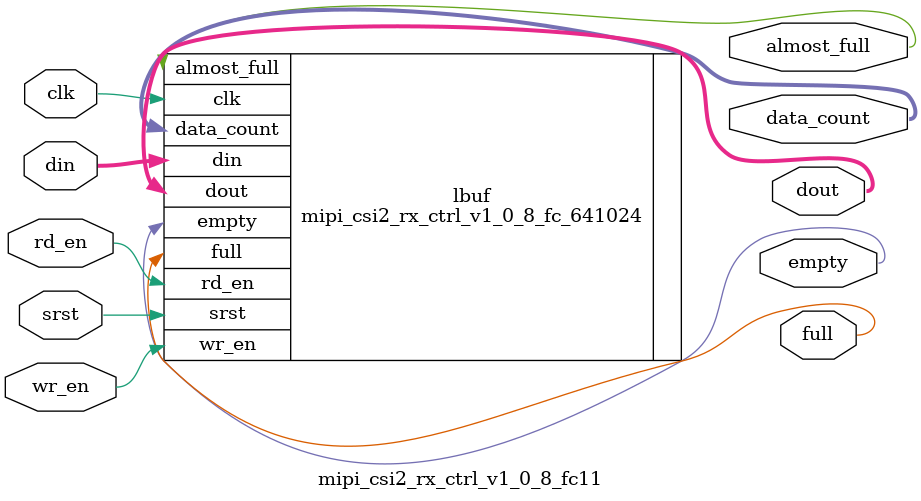
<source format=v>
`timescale 1ns/1ps
module mipi_csi2_rx_ctrl_v1_0_8_fc11 (
input          clk        ,
input          srst       ,
input  [64+4-1:0]  din  ,
input          wr_en      ,
input          rd_en      ,
output  [64+4-1:0]  dout,
output         full       ,
output         almost_full,
output         empty      ,
output [10-1:0]  data_count
);

mipi_csi2_rx_ctrl_v1_0_8_fc_641024 lbuf (
 .clk         (clk         ),
 .srst        (srst        ),
 .din         (din         ),
 .wr_en       (wr_en       ),
 .rd_en       (rd_en       ),
 .dout        (dout        ),
 .full        (full        ),
 .almost_full (almost_full ),
 .empty       (empty       ),
 .data_count  (data_count  ) 
);
endmodule

</source>
